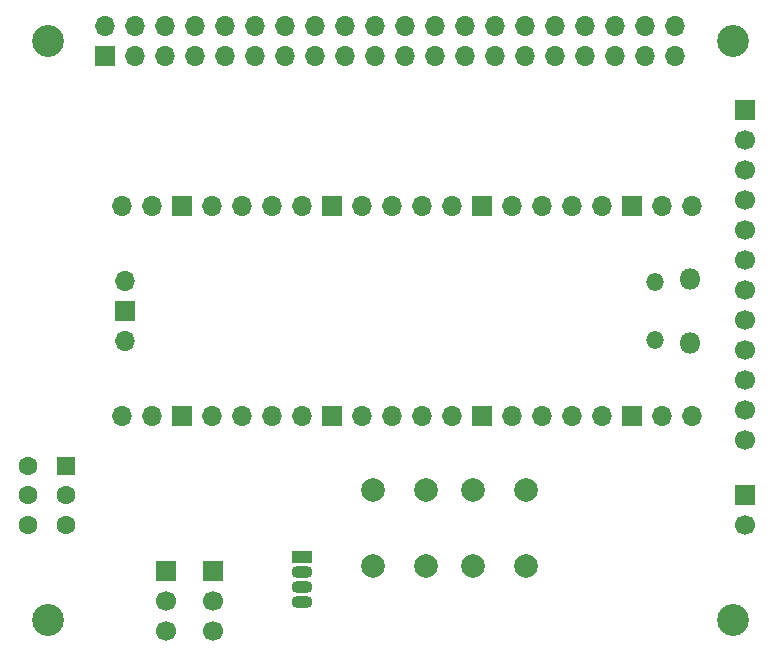
<source format=gbs>
G04 #@! TF.GenerationSoftware,KiCad,Pcbnew,9.0.1-9.0.1-0~ubuntu24.04.1*
G04 #@! TF.CreationDate,2025-04-16T21:59:29-05:00*
G04 #@! TF.ProjectId,pico_driver,7069636f-5f64-4726-9976-65722e6b6963,rev?*
G04 #@! TF.SameCoordinates,Original*
G04 #@! TF.FileFunction,Soldermask,Bot*
G04 #@! TF.FilePolarity,Negative*
%FSLAX46Y46*%
G04 Gerber Fmt 4.6, Leading zero omitted, Abs format (unit mm)*
G04 Created by KiCad (PCBNEW 9.0.1-9.0.1-0~ubuntu24.04.1) date 2025-04-16 21:59:29*
%MOMM*%
%LPD*%
G01*
G04 APERTURE LIST*
%ADD10C,1.700000*%
%ADD11R,1.700000X1.700000*%
%ADD12C,2.700000*%
%ADD13C,2.000000*%
%ADD14O,1.800000X1.800000*%
%ADD15O,1.500000X1.500000*%
%ADD16O,1.700000X1.700000*%
%ADD17R,1.800000X1.070000*%
%ADD18O,1.800000X1.070000*%
%ADD19R,1.600000X1.600000*%
%ADD20C,1.600000*%
G04 APERTURE END LIST*
D10*
X162500000Y-88500000D03*
D11*
X162500000Y-85960000D03*
D10*
X162500000Y-81320000D03*
X162500000Y-78780000D03*
X162500000Y-76240000D03*
X162500000Y-73700000D03*
X162500000Y-71160000D03*
X162500000Y-68620000D03*
X162500000Y-66080000D03*
X162500000Y-63540000D03*
X162500000Y-61000000D03*
X162500000Y-58460000D03*
X162500000Y-55920000D03*
D11*
X162500000Y-53380000D03*
X117500000Y-92420000D03*
D10*
X117500000Y-94960000D03*
X117500000Y-97500000D03*
D12*
X161500000Y-47500000D03*
D13*
X144000000Y-85500000D03*
X144000000Y-92000000D03*
X139500000Y-85500000D03*
X139500000Y-92000000D03*
D14*
X157890000Y-67665000D03*
D15*
X154860000Y-67965000D03*
X154860000Y-72815000D03*
D14*
X157890000Y-73115000D03*
D16*
X158020000Y-61500000D03*
X155480000Y-61500000D03*
D11*
X152940000Y-61500000D03*
D16*
X150400000Y-61500000D03*
X147860000Y-61500000D03*
X145320000Y-61500000D03*
X142780000Y-61500000D03*
D11*
X140240000Y-61500000D03*
D16*
X137700000Y-61500000D03*
X135160000Y-61500000D03*
X132620000Y-61500000D03*
X130080000Y-61500000D03*
D11*
X127540000Y-61500000D03*
D16*
X125000000Y-61500000D03*
X122460000Y-61500000D03*
X119920000Y-61500000D03*
X117380000Y-61500000D03*
D11*
X114840000Y-61500000D03*
D16*
X112300000Y-61500000D03*
X109760000Y-61500000D03*
X109760000Y-79280000D03*
X112300000Y-79280000D03*
D11*
X114840000Y-79280000D03*
D16*
X117380000Y-79280000D03*
X119920000Y-79280000D03*
X122460000Y-79280000D03*
X125000000Y-79280000D03*
D11*
X127540000Y-79280000D03*
D16*
X130080000Y-79280000D03*
X132620000Y-79280000D03*
X135160000Y-79280000D03*
X137700000Y-79280000D03*
D11*
X140240000Y-79280000D03*
D16*
X142780000Y-79280000D03*
X145320000Y-79280000D03*
X147860000Y-79280000D03*
X150400000Y-79280000D03*
D11*
X152940000Y-79280000D03*
D16*
X155480000Y-79280000D03*
X158020000Y-79280000D03*
X109990000Y-67850000D03*
D11*
X109990000Y-70390000D03*
D16*
X109990000Y-72930000D03*
D17*
X125000000Y-91190000D03*
D18*
X125000000Y-92460000D03*
X125000000Y-93730000D03*
X125000000Y-95000000D03*
D12*
X103500000Y-96500000D03*
X103500000Y-47500000D03*
D11*
X113500000Y-92420000D03*
D10*
X113500000Y-94960000D03*
X113500000Y-97500000D03*
D12*
X161500000Y-96500000D03*
D19*
X105000000Y-83500000D03*
D20*
X105000000Y-86000000D03*
X105000000Y-88500000D03*
X101800000Y-83500000D03*
X101800000Y-86000000D03*
X101800000Y-88500000D03*
D13*
X131000000Y-92000000D03*
X131000000Y-85500000D03*
X135500000Y-92000000D03*
X135500000Y-85500000D03*
D11*
X108370000Y-48770000D03*
D16*
X108370000Y-46230000D03*
X110910000Y-48770000D03*
X110910000Y-46230000D03*
X113450000Y-48770000D03*
X113450000Y-46230000D03*
X115990000Y-48770000D03*
X115990000Y-46230000D03*
X118530000Y-48770000D03*
X118530000Y-46230000D03*
X121070000Y-48770000D03*
X121070000Y-46230000D03*
X123610000Y-48770000D03*
X123610000Y-46230000D03*
X126150000Y-48770000D03*
X126150000Y-46230000D03*
X128690000Y-48770000D03*
X128690000Y-46230000D03*
X131230000Y-48770000D03*
X131230000Y-46230000D03*
X133770000Y-48770000D03*
X133770000Y-46230000D03*
X136310000Y-48770000D03*
X136310000Y-46230000D03*
X138850000Y-48770000D03*
X138850000Y-46230000D03*
X141390000Y-48770000D03*
X141390000Y-46230000D03*
X143930000Y-48770000D03*
X143930000Y-46230000D03*
X146470000Y-48770000D03*
X146470000Y-46230000D03*
X149010000Y-48770000D03*
X149010000Y-46230000D03*
X151550000Y-48770000D03*
X151550000Y-46230000D03*
X154090000Y-48770000D03*
X154090000Y-46230000D03*
X156630000Y-48770000D03*
X156630000Y-46230000D03*
M02*

</source>
